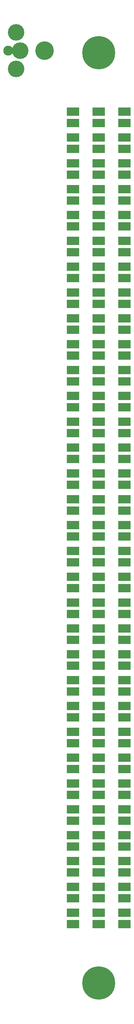
<source format=gts>
G04 (created by PCBNEW-RS274X (2011-07-19)-testing) date Thu 04 Aug 2011 02:52:52 PM PDT*
G01*
G70*
G90*
%MOIN*%
G04 Gerber Fmt 3.4, Leading zero omitted, Abs format*
%FSLAX34Y34*%
G04 APERTURE LIST*
%ADD10C,0.006000*%
%ADD11C,0.096000*%
%ADD12C,0.160000*%
%ADD13C,0.180000*%
%ADD14C,0.320000*%
%ADD15R,0.122000X0.083000*%
G04 APERTURE END LIST*
G54D10*
G54D11*
X41180Y-23550D03*
G54D12*
X42360Y-23550D03*
G54D13*
X44720Y-23550D03*
G54D12*
X41970Y-25320D03*
X41970Y-21780D03*
G54D14*
X50000Y-23750D03*
X50000Y-113750D03*
G54D15*
X47500Y-29450D03*
X47500Y-30550D03*
X47500Y-31950D03*
X47500Y-33050D03*
X47500Y-34450D03*
X47500Y-35550D03*
X47500Y-36950D03*
X47500Y-38050D03*
X47500Y-39450D03*
X47500Y-40550D03*
X47500Y-41950D03*
X47500Y-43050D03*
X47500Y-44450D03*
X47500Y-45550D03*
X47500Y-46950D03*
X47500Y-48050D03*
X47500Y-49450D03*
X47500Y-50550D03*
X47500Y-51950D03*
X47500Y-53050D03*
X47500Y-54450D03*
X47500Y-55550D03*
X47500Y-56950D03*
X47500Y-58050D03*
X47500Y-59450D03*
X47500Y-60550D03*
X47500Y-61950D03*
X47500Y-63050D03*
X47500Y-64450D03*
X47500Y-65550D03*
X47500Y-66950D03*
X47500Y-68050D03*
X50000Y-29450D03*
X50000Y-30550D03*
X50000Y-31950D03*
X50000Y-33050D03*
X50000Y-34450D03*
X50000Y-35550D03*
X50000Y-36950D03*
X50000Y-38050D03*
X50000Y-39450D03*
X50000Y-40550D03*
X50000Y-41950D03*
X50000Y-43050D03*
X50000Y-44450D03*
X50000Y-45550D03*
X50000Y-46950D03*
X50000Y-48050D03*
X50000Y-49450D03*
X50000Y-50550D03*
X50000Y-51950D03*
X50000Y-53050D03*
X50000Y-54450D03*
X50000Y-55550D03*
X50000Y-56950D03*
X50000Y-58050D03*
X50000Y-59450D03*
X50000Y-60550D03*
X50000Y-61950D03*
X50000Y-63050D03*
X50000Y-64450D03*
X50000Y-65550D03*
X50000Y-66950D03*
X50000Y-68050D03*
X52500Y-29450D03*
X52500Y-30550D03*
X52500Y-31950D03*
X52500Y-33050D03*
X52500Y-34450D03*
X52500Y-35550D03*
X52500Y-36950D03*
X52500Y-38050D03*
X52500Y-39450D03*
X52500Y-40550D03*
X52500Y-41950D03*
X52500Y-43050D03*
X52500Y-44450D03*
X52500Y-45550D03*
X52500Y-46950D03*
X52500Y-48050D03*
X52500Y-49450D03*
X52500Y-50550D03*
X52500Y-51950D03*
X52500Y-53050D03*
X52500Y-54450D03*
X52500Y-55550D03*
X52500Y-56950D03*
X52500Y-58050D03*
X52500Y-59450D03*
X52500Y-60550D03*
X52500Y-61950D03*
X52500Y-63050D03*
X52500Y-64450D03*
X52500Y-65550D03*
X52500Y-66950D03*
X52500Y-68050D03*
X47500Y-69450D03*
X47500Y-70550D03*
X47500Y-71950D03*
X47500Y-73050D03*
X47500Y-74450D03*
X47500Y-75550D03*
X47500Y-76950D03*
X47500Y-78050D03*
X47500Y-79450D03*
X47500Y-80550D03*
X47500Y-81950D03*
X47500Y-83050D03*
X47500Y-84450D03*
X47500Y-85550D03*
X47500Y-86950D03*
X47500Y-88050D03*
X47500Y-89450D03*
X47500Y-90550D03*
X47500Y-91950D03*
X47500Y-93050D03*
X47500Y-94450D03*
X47500Y-95550D03*
X47500Y-96950D03*
X47500Y-98050D03*
X47500Y-99450D03*
X47500Y-100550D03*
X47500Y-101950D03*
X47500Y-103050D03*
X47500Y-104450D03*
X47500Y-105550D03*
X47500Y-106950D03*
X47500Y-108050D03*
X50000Y-69450D03*
X50000Y-70550D03*
X50000Y-71950D03*
X50000Y-73050D03*
X50000Y-74450D03*
X50000Y-75550D03*
X50000Y-76950D03*
X50000Y-78050D03*
X50000Y-79450D03*
X50000Y-80550D03*
X50000Y-81950D03*
X50000Y-83050D03*
X50000Y-84450D03*
X50000Y-85550D03*
X50000Y-86950D03*
X50000Y-88050D03*
X50000Y-89450D03*
X50000Y-90550D03*
X50000Y-91950D03*
X50000Y-93050D03*
X50000Y-94450D03*
X50000Y-95550D03*
X50000Y-96950D03*
X50000Y-98050D03*
X50000Y-99450D03*
X50000Y-100550D03*
X50000Y-101950D03*
X50000Y-103050D03*
X50000Y-104450D03*
X50000Y-105550D03*
X50000Y-106950D03*
X50000Y-108050D03*
X52500Y-69450D03*
X52500Y-70550D03*
X52500Y-71950D03*
X52500Y-73050D03*
X52500Y-74450D03*
X52500Y-75550D03*
X52500Y-76950D03*
X52500Y-78050D03*
X52500Y-79450D03*
X52500Y-80550D03*
X52500Y-81950D03*
X52500Y-83050D03*
X52500Y-84450D03*
X52500Y-85550D03*
X52500Y-86950D03*
X52500Y-88050D03*
X52500Y-89450D03*
X52500Y-90550D03*
X52500Y-91950D03*
X52500Y-93050D03*
X52500Y-94450D03*
X52500Y-95550D03*
X52500Y-96950D03*
X52500Y-98050D03*
X52500Y-99450D03*
X52500Y-100550D03*
X52500Y-101950D03*
X52500Y-103050D03*
X52500Y-104450D03*
X52500Y-105550D03*
X52500Y-106950D03*
X52500Y-108050D03*
M02*

</source>
